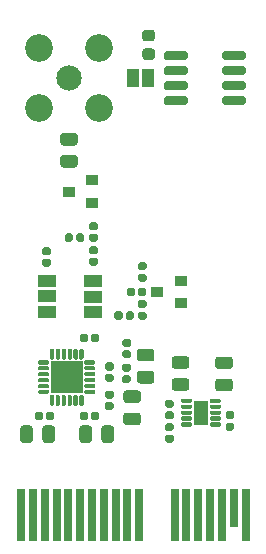
<source format=gbr>
%TF.GenerationSoftware,KiCad,Pcbnew,5.1.6*%
%TF.CreationDate,2020-08-11T21:36:28+00:00*%
%TF.ProjectId,SoundCard,536f756e-6443-4617-9264-2e6b69636164,rev?*%
%TF.SameCoordinates,Original*%
%TF.FileFunction,Soldermask,Top*%
%TF.FilePolarity,Negative*%
%FSLAX46Y46*%
G04 Gerber Fmt 4.6, Leading zero omitted, Abs format (unit mm)*
G04 Created by KiCad (PCBNEW 5.1.6) date 2020-08-11 21:36:28*
%MOMM*%
%LPD*%
G01*
G04 APERTURE LIST*
%ADD10R,2.800000X2.800000*%
%ADD11R,0.800000X4.400000*%
%ADD12R,0.800000X3.300000*%
%ADD13R,1.300000X2.100000*%
%ADD14R,1.100000X1.600000*%
%ADD15R,1.000000X0.900000*%
%ADD16C,2.150000*%
%ADD17C,2.350000*%
%ADD18R,1.600000X1.100000*%
G04 APERTURE END LIST*
D10*
%TO.C,U3*%
X137309460Y-138718120D03*
G36*
G01*
X138734460Y-140305620D02*
X138734460Y-141055620D01*
G75*
G02*
X138646960Y-141143120I-87500J0D01*
G01*
X138471960Y-141143120D01*
G75*
G02*
X138384460Y-141055620I0J87500D01*
G01*
X138384460Y-140305620D01*
G75*
G02*
X138471960Y-140218120I87500J0D01*
G01*
X138646960Y-140218120D01*
G75*
G02*
X138734460Y-140305620I0J-87500D01*
G01*
G37*
G36*
G01*
X138234460Y-140305620D02*
X138234460Y-141055620D01*
G75*
G02*
X138146960Y-141143120I-87500J0D01*
G01*
X137971960Y-141143120D01*
G75*
G02*
X137884460Y-141055620I0J87500D01*
G01*
X137884460Y-140305620D01*
G75*
G02*
X137971960Y-140218120I87500J0D01*
G01*
X138146960Y-140218120D01*
G75*
G02*
X138234460Y-140305620I0J-87500D01*
G01*
G37*
G36*
G01*
X137734460Y-140305620D02*
X137734460Y-141055620D01*
G75*
G02*
X137646960Y-141143120I-87500J0D01*
G01*
X137471960Y-141143120D01*
G75*
G02*
X137384460Y-141055620I0J87500D01*
G01*
X137384460Y-140305620D01*
G75*
G02*
X137471960Y-140218120I87500J0D01*
G01*
X137646960Y-140218120D01*
G75*
G02*
X137734460Y-140305620I0J-87500D01*
G01*
G37*
G36*
G01*
X137234460Y-140305620D02*
X137234460Y-141055620D01*
G75*
G02*
X137146960Y-141143120I-87500J0D01*
G01*
X136971960Y-141143120D01*
G75*
G02*
X136884460Y-141055620I0J87500D01*
G01*
X136884460Y-140305620D01*
G75*
G02*
X136971960Y-140218120I87500J0D01*
G01*
X137146960Y-140218120D01*
G75*
G02*
X137234460Y-140305620I0J-87500D01*
G01*
G37*
G36*
G01*
X136734460Y-140305620D02*
X136734460Y-141055620D01*
G75*
G02*
X136646960Y-141143120I-87500J0D01*
G01*
X136471960Y-141143120D01*
G75*
G02*
X136384460Y-141055620I0J87500D01*
G01*
X136384460Y-140305620D01*
G75*
G02*
X136471960Y-140218120I87500J0D01*
G01*
X136646960Y-140218120D01*
G75*
G02*
X136734460Y-140305620I0J-87500D01*
G01*
G37*
G36*
G01*
X136234460Y-140305620D02*
X136234460Y-141055620D01*
G75*
G02*
X136146960Y-141143120I-87500J0D01*
G01*
X135971960Y-141143120D01*
G75*
G02*
X135884460Y-141055620I0J87500D01*
G01*
X135884460Y-140305620D01*
G75*
G02*
X135971960Y-140218120I87500J0D01*
G01*
X136146960Y-140218120D01*
G75*
G02*
X136234460Y-140305620I0J-87500D01*
G01*
G37*
G36*
G01*
X135809460Y-139880620D02*
X135809460Y-140055620D01*
G75*
G02*
X135721960Y-140143120I-87500J0D01*
G01*
X134971960Y-140143120D01*
G75*
G02*
X134884460Y-140055620I0J87500D01*
G01*
X134884460Y-139880620D01*
G75*
G02*
X134971960Y-139793120I87500J0D01*
G01*
X135721960Y-139793120D01*
G75*
G02*
X135809460Y-139880620I0J-87500D01*
G01*
G37*
G36*
G01*
X135809460Y-139380620D02*
X135809460Y-139555620D01*
G75*
G02*
X135721960Y-139643120I-87500J0D01*
G01*
X134971960Y-139643120D01*
G75*
G02*
X134884460Y-139555620I0J87500D01*
G01*
X134884460Y-139380620D01*
G75*
G02*
X134971960Y-139293120I87500J0D01*
G01*
X135721960Y-139293120D01*
G75*
G02*
X135809460Y-139380620I0J-87500D01*
G01*
G37*
G36*
G01*
X135809460Y-138880620D02*
X135809460Y-139055620D01*
G75*
G02*
X135721960Y-139143120I-87500J0D01*
G01*
X134971960Y-139143120D01*
G75*
G02*
X134884460Y-139055620I0J87500D01*
G01*
X134884460Y-138880620D01*
G75*
G02*
X134971960Y-138793120I87500J0D01*
G01*
X135721960Y-138793120D01*
G75*
G02*
X135809460Y-138880620I0J-87500D01*
G01*
G37*
G36*
G01*
X135809460Y-138380620D02*
X135809460Y-138555620D01*
G75*
G02*
X135721960Y-138643120I-87500J0D01*
G01*
X134971960Y-138643120D01*
G75*
G02*
X134884460Y-138555620I0J87500D01*
G01*
X134884460Y-138380620D01*
G75*
G02*
X134971960Y-138293120I87500J0D01*
G01*
X135721960Y-138293120D01*
G75*
G02*
X135809460Y-138380620I0J-87500D01*
G01*
G37*
G36*
G01*
X135809460Y-137880620D02*
X135809460Y-138055620D01*
G75*
G02*
X135721960Y-138143120I-87500J0D01*
G01*
X134971960Y-138143120D01*
G75*
G02*
X134884460Y-138055620I0J87500D01*
G01*
X134884460Y-137880620D01*
G75*
G02*
X134971960Y-137793120I87500J0D01*
G01*
X135721960Y-137793120D01*
G75*
G02*
X135809460Y-137880620I0J-87500D01*
G01*
G37*
G36*
G01*
X135809460Y-137380620D02*
X135809460Y-137555620D01*
G75*
G02*
X135721960Y-137643120I-87500J0D01*
G01*
X134971960Y-137643120D01*
G75*
G02*
X134884460Y-137555620I0J87500D01*
G01*
X134884460Y-137380620D01*
G75*
G02*
X134971960Y-137293120I87500J0D01*
G01*
X135721960Y-137293120D01*
G75*
G02*
X135809460Y-137380620I0J-87500D01*
G01*
G37*
G36*
G01*
X136234460Y-136380620D02*
X136234460Y-137130620D01*
G75*
G02*
X136146960Y-137218120I-87500J0D01*
G01*
X135971960Y-137218120D01*
G75*
G02*
X135884460Y-137130620I0J87500D01*
G01*
X135884460Y-136380620D01*
G75*
G02*
X135971960Y-136293120I87500J0D01*
G01*
X136146960Y-136293120D01*
G75*
G02*
X136234460Y-136380620I0J-87500D01*
G01*
G37*
G36*
G01*
X136734460Y-136380620D02*
X136734460Y-137130620D01*
G75*
G02*
X136646960Y-137218120I-87500J0D01*
G01*
X136471960Y-137218120D01*
G75*
G02*
X136384460Y-137130620I0J87500D01*
G01*
X136384460Y-136380620D01*
G75*
G02*
X136471960Y-136293120I87500J0D01*
G01*
X136646960Y-136293120D01*
G75*
G02*
X136734460Y-136380620I0J-87500D01*
G01*
G37*
G36*
G01*
X137234460Y-136380620D02*
X137234460Y-137130620D01*
G75*
G02*
X137146960Y-137218120I-87500J0D01*
G01*
X136971960Y-137218120D01*
G75*
G02*
X136884460Y-137130620I0J87500D01*
G01*
X136884460Y-136380620D01*
G75*
G02*
X136971960Y-136293120I87500J0D01*
G01*
X137146960Y-136293120D01*
G75*
G02*
X137234460Y-136380620I0J-87500D01*
G01*
G37*
G36*
G01*
X137734460Y-136380620D02*
X137734460Y-137130620D01*
G75*
G02*
X137646960Y-137218120I-87500J0D01*
G01*
X137471960Y-137218120D01*
G75*
G02*
X137384460Y-137130620I0J87500D01*
G01*
X137384460Y-136380620D01*
G75*
G02*
X137471960Y-136293120I87500J0D01*
G01*
X137646960Y-136293120D01*
G75*
G02*
X137734460Y-136380620I0J-87500D01*
G01*
G37*
G36*
G01*
X138234460Y-136380620D02*
X138234460Y-137130620D01*
G75*
G02*
X138146960Y-137218120I-87500J0D01*
G01*
X137971960Y-137218120D01*
G75*
G02*
X137884460Y-137130620I0J87500D01*
G01*
X137884460Y-136380620D01*
G75*
G02*
X137971960Y-136293120I87500J0D01*
G01*
X138146960Y-136293120D01*
G75*
G02*
X138234460Y-136380620I0J-87500D01*
G01*
G37*
G36*
G01*
X138734460Y-136380620D02*
X138734460Y-137130620D01*
G75*
G02*
X138646960Y-137218120I-87500J0D01*
G01*
X138471960Y-137218120D01*
G75*
G02*
X138384460Y-137130620I0J87500D01*
G01*
X138384460Y-136380620D01*
G75*
G02*
X138471960Y-136293120I87500J0D01*
G01*
X138646960Y-136293120D01*
G75*
G02*
X138734460Y-136380620I0J-87500D01*
G01*
G37*
G36*
G01*
X139734460Y-137380620D02*
X139734460Y-137555620D01*
G75*
G02*
X139646960Y-137643120I-87500J0D01*
G01*
X138896960Y-137643120D01*
G75*
G02*
X138809460Y-137555620I0J87500D01*
G01*
X138809460Y-137380620D01*
G75*
G02*
X138896960Y-137293120I87500J0D01*
G01*
X139646960Y-137293120D01*
G75*
G02*
X139734460Y-137380620I0J-87500D01*
G01*
G37*
G36*
G01*
X139734460Y-137880620D02*
X139734460Y-138055620D01*
G75*
G02*
X139646960Y-138143120I-87500J0D01*
G01*
X138896960Y-138143120D01*
G75*
G02*
X138809460Y-138055620I0J87500D01*
G01*
X138809460Y-137880620D01*
G75*
G02*
X138896960Y-137793120I87500J0D01*
G01*
X139646960Y-137793120D01*
G75*
G02*
X139734460Y-137880620I0J-87500D01*
G01*
G37*
G36*
G01*
X139734460Y-138380620D02*
X139734460Y-138555620D01*
G75*
G02*
X139646960Y-138643120I-87500J0D01*
G01*
X138896960Y-138643120D01*
G75*
G02*
X138809460Y-138555620I0J87500D01*
G01*
X138809460Y-138380620D01*
G75*
G02*
X138896960Y-138293120I87500J0D01*
G01*
X139646960Y-138293120D01*
G75*
G02*
X139734460Y-138380620I0J-87500D01*
G01*
G37*
G36*
G01*
X139734460Y-138880620D02*
X139734460Y-139055620D01*
G75*
G02*
X139646960Y-139143120I-87500J0D01*
G01*
X138896960Y-139143120D01*
G75*
G02*
X138809460Y-139055620I0J87500D01*
G01*
X138809460Y-138880620D01*
G75*
G02*
X138896960Y-138793120I87500J0D01*
G01*
X139646960Y-138793120D01*
G75*
G02*
X139734460Y-138880620I0J-87500D01*
G01*
G37*
G36*
G01*
X139734460Y-139380620D02*
X139734460Y-139555620D01*
G75*
G02*
X139646960Y-139643120I-87500J0D01*
G01*
X138896960Y-139643120D01*
G75*
G02*
X138809460Y-139555620I0J87500D01*
G01*
X138809460Y-139380620D01*
G75*
G02*
X138896960Y-139293120I87500J0D01*
G01*
X139646960Y-139293120D01*
G75*
G02*
X139734460Y-139380620I0J-87500D01*
G01*
G37*
G36*
G01*
X139734460Y-139880620D02*
X139734460Y-140055620D01*
G75*
G02*
X139646960Y-140143120I-87500J0D01*
G01*
X138896960Y-140143120D01*
G75*
G02*
X138809460Y-140055620I0J87500D01*
G01*
X138809460Y-139880620D01*
G75*
G02*
X138896960Y-139793120I87500J0D01*
G01*
X139646960Y-139793120D01*
G75*
G02*
X139734460Y-139880620I0J-87500D01*
G01*
G37*
%TD*%
%TO.C,R1*%
G36*
G01*
X143965350Y-110876260D02*
X144527850Y-110876260D01*
G75*
G02*
X144771600Y-111120010I0J-243750D01*
G01*
X144771600Y-111607510D01*
G75*
G02*
X144527850Y-111851260I-243750J0D01*
G01*
X143965350Y-111851260D01*
G75*
G02*
X143721600Y-111607510I0J243750D01*
G01*
X143721600Y-111120010D01*
G75*
G02*
X143965350Y-110876260I243750J0D01*
G01*
G37*
G36*
G01*
X143965350Y-109301260D02*
X144527850Y-109301260D01*
G75*
G02*
X144771600Y-109545010I0J-243750D01*
G01*
X144771600Y-110032510D01*
G75*
G02*
X144527850Y-110276260I-243750J0D01*
G01*
X143965350Y-110276260D01*
G75*
G02*
X143721600Y-110032510I0J243750D01*
G01*
X143721600Y-109545010D01*
G75*
G02*
X143965350Y-109301260I243750J0D01*
G01*
G37*
%TD*%
D11*
%TO.C,P1*%
X133451600Y-150368000D03*
X134451600Y-150368000D03*
X135451600Y-150368000D03*
X136451600Y-150368000D03*
X137451600Y-150368000D03*
X138451600Y-150368000D03*
X139451600Y-150368000D03*
X140451600Y-150368000D03*
X141451600Y-150368000D03*
X142451600Y-150368000D03*
X143451600Y-150368000D03*
X148451600Y-150368000D03*
X149451600Y-150368000D03*
X150451600Y-150368000D03*
D12*
X151451600Y-149818000D03*
D11*
X152451600Y-150368000D03*
X146451600Y-150368000D03*
X147451600Y-150368000D03*
%TD*%
D13*
%TO.C,U2*%
X148678240Y-141716880D03*
G36*
G01*
X149428240Y-140804380D02*
X149428240Y-140629380D01*
G75*
G02*
X149515740Y-140541880I87500J0D01*
G01*
X150265740Y-140541880D01*
G75*
G02*
X150353240Y-140629380I0J-87500D01*
G01*
X150353240Y-140804380D01*
G75*
G02*
X150265740Y-140891880I-87500J0D01*
G01*
X149515740Y-140891880D01*
G75*
G02*
X149428240Y-140804380I0J87500D01*
G01*
G37*
G36*
G01*
X149428240Y-141304380D02*
X149428240Y-141129380D01*
G75*
G02*
X149515740Y-141041880I87500J0D01*
G01*
X150265740Y-141041880D01*
G75*
G02*
X150353240Y-141129380I0J-87500D01*
G01*
X150353240Y-141304380D01*
G75*
G02*
X150265740Y-141391880I-87500J0D01*
G01*
X149515740Y-141391880D01*
G75*
G02*
X149428240Y-141304380I0J87500D01*
G01*
G37*
G36*
G01*
X149428240Y-141804380D02*
X149428240Y-141629380D01*
G75*
G02*
X149515740Y-141541880I87500J0D01*
G01*
X150265740Y-141541880D01*
G75*
G02*
X150353240Y-141629380I0J-87500D01*
G01*
X150353240Y-141804380D01*
G75*
G02*
X150265740Y-141891880I-87500J0D01*
G01*
X149515740Y-141891880D01*
G75*
G02*
X149428240Y-141804380I0J87500D01*
G01*
G37*
G36*
G01*
X149428240Y-142304380D02*
X149428240Y-142129380D01*
G75*
G02*
X149515740Y-142041880I87500J0D01*
G01*
X150265740Y-142041880D01*
G75*
G02*
X150353240Y-142129380I0J-87500D01*
G01*
X150353240Y-142304380D01*
G75*
G02*
X150265740Y-142391880I-87500J0D01*
G01*
X149515740Y-142391880D01*
G75*
G02*
X149428240Y-142304380I0J87500D01*
G01*
G37*
G36*
G01*
X149428240Y-142804380D02*
X149428240Y-142629380D01*
G75*
G02*
X149515740Y-142541880I87500J0D01*
G01*
X150265740Y-142541880D01*
G75*
G02*
X150353240Y-142629380I0J-87500D01*
G01*
X150353240Y-142804380D01*
G75*
G02*
X150265740Y-142891880I-87500J0D01*
G01*
X149515740Y-142891880D01*
G75*
G02*
X149428240Y-142804380I0J87500D01*
G01*
G37*
G36*
G01*
X147003240Y-142804380D02*
X147003240Y-142629380D01*
G75*
G02*
X147090740Y-142541880I87500J0D01*
G01*
X147840740Y-142541880D01*
G75*
G02*
X147928240Y-142629380I0J-87500D01*
G01*
X147928240Y-142804380D01*
G75*
G02*
X147840740Y-142891880I-87500J0D01*
G01*
X147090740Y-142891880D01*
G75*
G02*
X147003240Y-142804380I0J87500D01*
G01*
G37*
G36*
G01*
X147003240Y-142304380D02*
X147003240Y-142129380D01*
G75*
G02*
X147090740Y-142041880I87500J0D01*
G01*
X147840740Y-142041880D01*
G75*
G02*
X147928240Y-142129380I0J-87500D01*
G01*
X147928240Y-142304380D01*
G75*
G02*
X147840740Y-142391880I-87500J0D01*
G01*
X147090740Y-142391880D01*
G75*
G02*
X147003240Y-142304380I0J87500D01*
G01*
G37*
G36*
G01*
X147003240Y-141804380D02*
X147003240Y-141629380D01*
G75*
G02*
X147090740Y-141541880I87500J0D01*
G01*
X147840740Y-141541880D01*
G75*
G02*
X147928240Y-141629380I0J-87500D01*
G01*
X147928240Y-141804380D01*
G75*
G02*
X147840740Y-141891880I-87500J0D01*
G01*
X147090740Y-141891880D01*
G75*
G02*
X147003240Y-141804380I0J87500D01*
G01*
G37*
G36*
G01*
X147003240Y-141304380D02*
X147003240Y-141129380D01*
G75*
G02*
X147090740Y-141041880I87500J0D01*
G01*
X147840740Y-141041880D01*
G75*
G02*
X147928240Y-141129380I0J-87500D01*
G01*
X147928240Y-141304380D01*
G75*
G02*
X147840740Y-141391880I-87500J0D01*
G01*
X147090740Y-141391880D01*
G75*
G02*
X147003240Y-141304380I0J87500D01*
G01*
G37*
G36*
G01*
X147003240Y-140804380D02*
X147003240Y-140629380D01*
G75*
G02*
X147090740Y-140541880I87500J0D01*
G01*
X147840740Y-140541880D01*
G75*
G02*
X147928240Y-140629380I0J-87500D01*
G01*
X147928240Y-140804380D01*
G75*
G02*
X147840740Y-140891880I-87500J0D01*
G01*
X147090740Y-140891880D01*
G75*
G02*
X147003240Y-140804380I0J87500D01*
G01*
G37*
%TD*%
%TO.C,R6*%
G36*
G01*
X143895460Y-132882200D02*
X143500460Y-132882200D01*
G75*
G02*
X143327960Y-132709700I0J172500D01*
G01*
X143327960Y-132364700D01*
G75*
G02*
X143500460Y-132192200I172500J0D01*
G01*
X143895460Y-132192200D01*
G75*
G02*
X144067960Y-132364700I0J-172500D01*
G01*
X144067960Y-132709700D01*
G75*
G02*
X143895460Y-132882200I-172500J0D01*
G01*
G37*
G36*
G01*
X143895460Y-133852200D02*
X143500460Y-133852200D01*
G75*
G02*
X143327960Y-133679700I0J172500D01*
G01*
X143327960Y-133334700D01*
G75*
G02*
X143500460Y-133162200I172500J0D01*
G01*
X143895460Y-133162200D01*
G75*
G02*
X144067960Y-133334700I0J-172500D01*
G01*
X144067960Y-133679700D01*
G75*
G02*
X143895460Y-133852200I-172500J0D01*
G01*
G37*
%TD*%
%TO.C,R5*%
G36*
G01*
X146201780Y-141320360D02*
X145806780Y-141320360D01*
G75*
G02*
X145634280Y-141147860I0J172500D01*
G01*
X145634280Y-140802860D01*
G75*
G02*
X145806780Y-140630360I172500J0D01*
G01*
X146201780Y-140630360D01*
G75*
G02*
X146374280Y-140802860I0J-172500D01*
G01*
X146374280Y-141147860D01*
G75*
G02*
X146201780Y-141320360I-172500J0D01*
G01*
G37*
G36*
G01*
X146201780Y-142290360D02*
X145806780Y-142290360D01*
G75*
G02*
X145634280Y-142117860I0J172500D01*
G01*
X145634280Y-141772860D01*
G75*
G02*
X145806780Y-141600360I172500J0D01*
G01*
X146201780Y-141600360D01*
G75*
G02*
X146374280Y-141772860I0J-172500D01*
G01*
X146374280Y-142117860D01*
G75*
G02*
X146201780Y-142290360I-172500J0D01*
G01*
G37*
%TD*%
%TO.C,R4*%
G36*
G01*
X145806780Y-143571120D02*
X146201780Y-143571120D01*
G75*
G02*
X146374280Y-143743620I0J-172500D01*
G01*
X146374280Y-144088620D01*
G75*
G02*
X146201780Y-144261120I-172500J0D01*
G01*
X145806780Y-144261120D01*
G75*
G02*
X145634280Y-144088620I0J172500D01*
G01*
X145634280Y-143743620D01*
G75*
G02*
X145806780Y-143571120I172500J0D01*
G01*
G37*
G36*
G01*
X145806780Y-142601120D02*
X146201780Y-142601120D01*
G75*
G02*
X146374280Y-142773620I0J-172500D01*
G01*
X146374280Y-143118620D01*
G75*
G02*
X146201780Y-143291120I-172500J0D01*
G01*
X145806780Y-143291120D01*
G75*
G02*
X145634280Y-143118620I0J172500D01*
G01*
X145634280Y-142773620D01*
G75*
G02*
X145806780Y-142601120I172500J0D01*
G01*
G37*
%TD*%
%TO.C,R3*%
G36*
G01*
X143500460Y-129949240D02*
X143895460Y-129949240D01*
G75*
G02*
X144067960Y-130121740I0J-172500D01*
G01*
X144067960Y-130466740D01*
G75*
G02*
X143895460Y-130639240I-172500J0D01*
G01*
X143500460Y-130639240D01*
G75*
G02*
X143327960Y-130466740I0J172500D01*
G01*
X143327960Y-130121740D01*
G75*
G02*
X143500460Y-129949240I172500J0D01*
G01*
G37*
G36*
G01*
X143500460Y-128979240D02*
X143895460Y-128979240D01*
G75*
G02*
X144067960Y-129151740I0J-172500D01*
G01*
X144067960Y-129496740D01*
G75*
G02*
X143895460Y-129669240I-172500J0D01*
G01*
X143500460Y-129669240D01*
G75*
G02*
X143327960Y-129496740I0J172500D01*
G01*
X143327960Y-129151740D01*
G75*
G02*
X143500460Y-128979240I172500J0D01*
G01*
G37*
%TD*%
%TO.C,R2*%
G36*
G01*
X143072960Y-131298300D02*
X143072960Y-131693300D01*
G75*
G02*
X142900460Y-131865800I-172500J0D01*
G01*
X142555460Y-131865800D01*
G75*
G02*
X142382960Y-131693300I0J172500D01*
G01*
X142382960Y-131298300D01*
G75*
G02*
X142555460Y-131125800I172500J0D01*
G01*
X142900460Y-131125800D01*
G75*
G02*
X143072960Y-131298300I0J-172500D01*
G01*
G37*
G36*
G01*
X144042960Y-131298300D02*
X144042960Y-131693300D01*
G75*
G02*
X143870460Y-131865800I-172500J0D01*
G01*
X143525460Y-131865800D01*
G75*
G02*
X143352960Y-131693300I0J172500D01*
G01*
X143352960Y-131298300D01*
G75*
G02*
X143525460Y-131125800I172500J0D01*
G01*
X143870460Y-131125800D01*
G75*
G02*
X144042960Y-131298300I0J-172500D01*
G01*
G37*
%TD*%
D14*
%TO.C,J2*%
X142921200Y-113380520D03*
X144221200Y-113380520D03*
%TD*%
%TO.C,C15*%
G36*
G01*
X142036640Y-133304900D02*
X142036640Y-133699900D01*
G75*
G02*
X141864140Y-133872400I-172500J0D01*
G01*
X141519140Y-133872400D01*
G75*
G02*
X141346640Y-133699900I0J172500D01*
G01*
X141346640Y-133304900D01*
G75*
G02*
X141519140Y-133132400I172500J0D01*
G01*
X141864140Y-133132400D01*
G75*
G02*
X142036640Y-133304900I0J-172500D01*
G01*
G37*
G36*
G01*
X143006640Y-133304900D02*
X143006640Y-133699900D01*
G75*
G02*
X142834140Y-133872400I-172500J0D01*
G01*
X142489140Y-133872400D01*
G75*
G02*
X142316640Y-133699900I0J172500D01*
G01*
X142316640Y-133304900D01*
G75*
G02*
X142489140Y-133132400I172500J0D01*
G01*
X142834140Y-133132400D01*
G75*
G02*
X143006640Y-133304900I0J-172500D01*
G01*
G37*
%TD*%
%TO.C,C13*%
G36*
G01*
X147430410Y-138002300D02*
X146467910Y-138002300D01*
G75*
G02*
X146199160Y-137733550I0J268750D01*
G01*
X146199160Y-137196050D01*
G75*
G02*
X146467910Y-136927300I268750J0D01*
G01*
X147430410Y-136927300D01*
G75*
G02*
X147699160Y-137196050I0J-268750D01*
G01*
X147699160Y-137733550D01*
G75*
G02*
X147430410Y-138002300I-268750J0D01*
G01*
G37*
G36*
G01*
X147430410Y-139877300D02*
X146467910Y-139877300D01*
G75*
G02*
X146199160Y-139608550I0J268750D01*
G01*
X146199160Y-139071050D01*
G75*
G02*
X146467910Y-138802300I268750J0D01*
G01*
X147430410Y-138802300D01*
G75*
G02*
X147699160Y-139071050I0J-268750D01*
G01*
X147699160Y-139608550D01*
G75*
G02*
X147430410Y-139877300I-268750J0D01*
G01*
G37*
%TD*%
%TO.C,C9*%
G36*
G01*
X137024190Y-119899520D02*
X137986690Y-119899520D01*
G75*
G02*
X138255440Y-120168270I0J-268750D01*
G01*
X138255440Y-120705770D01*
G75*
G02*
X137986690Y-120974520I-268750J0D01*
G01*
X137024190Y-120974520D01*
G75*
G02*
X136755440Y-120705770I0J268750D01*
G01*
X136755440Y-120168270D01*
G75*
G02*
X137024190Y-119899520I268750J0D01*
G01*
G37*
G36*
G01*
X137024190Y-118024520D02*
X137986690Y-118024520D01*
G75*
G02*
X138255440Y-118293270I0J-268750D01*
G01*
X138255440Y-118830770D01*
G75*
G02*
X137986690Y-119099520I-268750J0D01*
G01*
X137024190Y-119099520D01*
G75*
G02*
X136755440Y-118830770I0J268750D01*
G01*
X136755440Y-118293270D01*
G75*
G02*
X137024190Y-118024520I268750J0D01*
G01*
G37*
%TD*%
%TO.C,C6*%
G36*
G01*
X151327500Y-142275400D02*
X150932500Y-142275400D01*
G75*
G02*
X150760000Y-142102900I0J172500D01*
G01*
X150760000Y-141757900D01*
G75*
G02*
X150932500Y-141585400I172500J0D01*
G01*
X151327500Y-141585400D01*
G75*
G02*
X151500000Y-141757900I0J-172500D01*
G01*
X151500000Y-142102900D01*
G75*
G02*
X151327500Y-142275400I-172500J0D01*
G01*
G37*
G36*
G01*
X151327500Y-143245400D02*
X150932500Y-143245400D01*
G75*
G02*
X150760000Y-143072900I0J172500D01*
G01*
X150760000Y-142727900D01*
G75*
G02*
X150932500Y-142555400I172500J0D01*
G01*
X151327500Y-142555400D01*
G75*
G02*
X151500000Y-142727900I0J-172500D01*
G01*
X151500000Y-143072900D01*
G75*
G02*
X151327500Y-143245400I-172500J0D01*
G01*
G37*
%TD*%
%TO.C,C1*%
G36*
G01*
X151108330Y-138042460D02*
X150145830Y-138042460D01*
G75*
G02*
X149877080Y-137773710I0J268750D01*
G01*
X149877080Y-137236210D01*
G75*
G02*
X150145830Y-136967460I268750J0D01*
G01*
X151108330Y-136967460D01*
G75*
G02*
X151377080Y-137236210I0J-268750D01*
G01*
X151377080Y-137773710D01*
G75*
G02*
X151108330Y-138042460I-268750J0D01*
G01*
G37*
G36*
G01*
X151108330Y-139917460D02*
X150145830Y-139917460D01*
G75*
G02*
X149877080Y-139648710I0J268750D01*
G01*
X149877080Y-139111210D01*
G75*
G02*
X150145830Y-138842460I268750J0D01*
G01*
X151108330Y-138842460D01*
G75*
G02*
X151377080Y-139111210I0J-268750D01*
G01*
X151377080Y-139648710D01*
G75*
G02*
X151108330Y-139917460I-268750J0D01*
G01*
G37*
%TD*%
D15*
%TO.C,D1*%
X137490200Y-123007120D03*
X139490200Y-122057120D03*
X139490200Y-123957120D03*
%TD*%
D16*
%TO.C,J1*%
X137505440Y-113350040D03*
D17*
X140045440Y-115890040D03*
X140045440Y-110810040D03*
X134965440Y-110810040D03*
X134965440Y-115890040D03*
%TD*%
%TO.C,C2*%
G36*
G01*
X135575200Y-142193660D02*
X135575200Y-141798660D01*
G75*
G02*
X135747700Y-141626160I172500J0D01*
G01*
X136092700Y-141626160D01*
G75*
G02*
X136265200Y-141798660I0J-172500D01*
G01*
X136265200Y-142193660D01*
G75*
G02*
X136092700Y-142366160I-172500J0D01*
G01*
X135747700Y-142366160D01*
G75*
G02*
X135575200Y-142193660I0J172500D01*
G01*
G37*
G36*
G01*
X134605200Y-142193660D02*
X134605200Y-141798660D01*
G75*
G02*
X134777700Y-141626160I172500J0D01*
G01*
X135122700Y-141626160D01*
G75*
G02*
X135295200Y-141798660I0J-172500D01*
G01*
X135295200Y-142193660D01*
G75*
G02*
X135122700Y-142366160I-172500J0D01*
G01*
X134777700Y-142366160D01*
G75*
G02*
X134605200Y-142193660I0J172500D01*
G01*
G37*
%TD*%
%TO.C,C3*%
G36*
G01*
X139105200Y-141798660D02*
X139105200Y-142193660D01*
G75*
G02*
X138932700Y-142366160I-172500J0D01*
G01*
X138587700Y-142366160D01*
G75*
G02*
X138415200Y-142193660I0J172500D01*
G01*
X138415200Y-141798660D01*
G75*
G02*
X138587700Y-141626160I172500J0D01*
G01*
X138932700Y-141626160D01*
G75*
G02*
X139105200Y-141798660I0J-172500D01*
G01*
G37*
G36*
G01*
X140075200Y-141798660D02*
X140075200Y-142193660D01*
G75*
G02*
X139902700Y-142366160I-172500J0D01*
G01*
X139557700Y-142366160D01*
G75*
G02*
X139385200Y-142193660I0J172500D01*
G01*
X139385200Y-141798660D01*
G75*
G02*
X139557700Y-141626160I172500J0D01*
G01*
X139902700Y-141626160D01*
G75*
G02*
X140075200Y-141798660I0J-172500D01*
G01*
G37*
%TD*%
%TO.C,C4*%
G36*
G01*
X134450900Y-143064310D02*
X134450900Y-144026810D01*
G75*
G02*
X134182150Y-144295560I-268750J0D01*
G01*
X133644650Y-144295560D01*
G75*
G02*
X133375900Y-144026810I0J268750D01*
G01*
X133375900Y-143064310D01*
G75*
G02*
X133644650Y-142795560I268750J0D01*
G01*
X134182150Y-142795560D01*
G75*
G02*
X134450900Y-143064310I0J-268750D01*
G01*
G37*
G36*
G01*
X136325900Y-143064310D02*
X136325900Y-144026810D01*
G75*
G02*
X136057150Y-144295560I-268750J0D01*
G01*
X135519650Y-144295560D01*
G75*
G02*
X135250900Y-144026810I0J268750D01*
G01*
X135250900Y-143064310D01*
G75*
G02*
X135519650Y-142795560I268750J0D01*
G01*
X136057150Y-142795560D01*
G75*
G02*
X136325900Y-143064310I0J-268750D01*
G01*
G37*
%TD*%
%TO.C,C5*%
G36*
G01*
X140250100Y-144026810D02*
X140250100Y-143064310D01*
G75*
G02*
X140518850Y-142795560I268750J0D01*
G01*
X141056350Y-142795560D01*
G75*
G02*
X141325100Y-143064310I0J-268750D01*
G01*
X141325100Y-144026810D01*
G75*
G02*
X141056350Y-144295560I-268750J0D01*
G01*
X140518850Y-144295560D01*
G75*
G02*
X140250100Y-144026810I0J268750D01*
G01*
G37*
G36*
G01*
X138375100Y-144026810D02*
X138375100Y-143064310D01*
G75*
G02*
X138643850Y-142795560I268750J0D01*
G01*
X139181350Y-142795560D01*
G75*
G02*
X139450100Y-143064310I0J-268750D01*
G01*
X139450100Y-144026810D01*
G75*
G02*
X139181350Y-144295560I-268750J0D01*
G01*
X138643850Y-144295560D01*
G75*
G02*
X138375100Y-144026810I0J268750D01*
G01*
G37*
%TD*%
%TO.C,C7*%
G36*
G01*
X141116700Y-140532960D02*
X140721700Y-140532960D01*
G75*
G02*
X140549200Y-140360460I0J172500D01*
G01*
X140549200Y-140015460D01*
G75*
G02*
X140721700Y-139842960I172500J0D01*
G01*
X141116700Y-139842960D01*
G75*
G02*
X141289200Y-140015460I0J-172500D01*
G01*
X141289200Y-140360460D01*
G75*
G02*
X141116700Y-140532960I-172500J0D01*
G01*
G37*
G36*
G01*
X141116700Y-141502960D02*
X140721700Y-141502960D01*
G75*
G02*
X140549200Y-141330460I0J172500D01*
G01*
X140549200Y-140985460D01*
G75*
G02*
X140721700Y-140812960I172500J0D01*
G01*
X141116700Y-140812960D01*
G75*
G02*
X141289200Y-140985460I0J-172500D01*
G01*
X141289200Y-141330460D01*
G75*
G02*
X141116700Y-141502960I-172500J0D01*
G01*
G37*
%TD*%
%TO.C,C8*%
G36*
G01*
X142169500Y-138526960D02*
X142564500Y-138526960D01*
G75*
G02*
X142737000Y-138699460I0J-172500D01*
G01*
X142737000Y-139044460D01*
G75*
G02*
X142564500Y-139216960I-172500J0D01*
G01*
X142169500Y-139216960D01*
G75*
G02*
X141997000Y-139044460I0J172500D01*
G01*
X141997000Y-138699460D01*
G75*
G02*
X142169500Y-138526960I172500J0D01*
G01*
G37*
G36*
G01*
X142169500Y-137556960D02*
X142564500Y-137556960D01*
G75*
G02*
X142737000Y-137729460I0J-172500D01*
G01*
X142737000Y-138074460D01*
G75*
G02*
X142564500Y-138246960I-172500J0D01*
G01*
X142169500Y-138246960D01*
G75*
G02*
X141997000Y-138074460I0J172500D01*
G01*
X141997000Y-137729460D01*
G75*
G02*
X142169500Y-137556960I172500J0D01*
G01*
G37*
%TD*%
%TO.C,C10*%
G36*
G01*
X142368350Y-141708060D02*
X143330850Y-141708060D01*
G75*
G02*
X143599600Y-141976810I0J-268750D01*
G01*
X143599600Y-142514310D01*
G75*
G02*
X143330850Y-142783060I-268750J0D01*
G01*
X142368350Y-142783060D01*
G75*
G02*
X142099600Y-142514310I0J268750D01*
G01*
X142099600Y-141976810D01*
G75*
G02*
X142368350Y-141708060I268750J0D01*
G01*
G37*
G36*
G01*
X142368350Y-139833060D02*
X143330850Y-139833060D01*
G75*
G02*
X143599600Y-140101810I0J-268750D01*
G01*
X143599600Y-140639310D01*
G75*
G02*
X143330850Y-140908060I-268750J0D01*
G01*
X142368350Y-140908060D01*
G75*
G02*
X142099600Y-140639310I0J268750D01*
G01*
X142099600Y-140101810D01*
G75*
G02*
X142368350Y-139833060I268750J0D01*
G01*
G37*
%TD*%
%TO.C,C14*%
G36*
G01*
X137830120Y-126711060D02*
X137830120Y-127106060D01*
G75*
G02*
X137657620Y-127278560I-172500J0D01*
G01*
X137312620Y-127278560D01*
G75*
G02*
X137140120Y-127106060I0J172500D01*
G01*
X137140120Y-126711060D01*
G75*
G02*
X137312620Y-126538560I172500J0D01*
G01*
X137657620Y-126538560D01*
G75*
G02*
X137830120Y-126711060I0J-172500D01*
G01*
G37*
G36*
G01*
X138800120Y-126711060D02*
X138800120Y-127106060D01*
G75*
G02*
X138627620Y-127278560I-172500J0D01*
G01*
X138282620Y-127278560D01*
G75*
G02*
X138110120Y-127106060I0J172500D01*
G01*
X138110120Y-126711060D01*
G75*
G02*
X138282620Y-126538560I172500J0D01*
G01*
X138627620Y-126538560D01*
G75*
G02*
X138800120Y-126711060I0J-172500D01*
G01*
G37*
%TD*%
%TO.C,C11*%
G36*
G01*
X144473850Y-137382060D02*
X143511350Y-137382060D01*
G75*
G02*
X143242600Y-137113310I0J268750D01*
G01*
X143242600Y-136575810D01*
G75*
G02*
X143511350Y-136307060I268750J0D01*
G01*
X144473850Y-136307060D01*
G75*
G02*
X144742600Y-136575810I0J-268750D01*
G01*
X144742600Y-137113310D01*
G75*
G02*
X144473850Y-137382060I-268750J0D01*
G01*
G37*
G36*
G01*
X144473850Y-139257060D02*
X143511350Y-139257060D01*
G75*
G02*
X143242600Y-138988310I0J268750D01*
G01*
X143242600Y-138450810D01*
G75*
G02*
X143511350Y-138182060I268750J0D01*
G01*
X144473850Y-138182060D01*
G75*
G02*
X144742600Y-138450810I0J-268750D01*
G01*
X144742600Y-138988310D01*
G75*
G02*
X144473850Y-139257060I-268750J0D01*
G01*
G37*
%TD*%
%TO.C,C12*%
G36*
G01*
X140721700Y-138430160D02*
X141116700Y-138430160D01*
G75*
G02*
X141289200Y-138602660I0J-172500D01*
G01*
X141289200Y-138947660D01*
G75*
G02*
X141116700Y-139120160I-172500J0D01*
G01*
X140721700Y-139120160D01*
G75*
G02*
X140549200Y-138947660I0J172500D01*
G01*
X140549200Y-138602660D01*
G75*
G02*
X140721700Y-138430160I172500J0D01*
G01*
G37*
G36*
G01*
X140721700Y-137460160D02*
X141116700Y-137460160D01*
G75*
G02*
X141289200Y-137632660I0J-172500D01*
G01*
X141289200Y-137977660D01*
G75*
G02*
X141116700Y-138150160I-172500J0D01*
G01*
X140721700Y-138150160D01*
G75*
G02*
X140549200Y-137977660I0J172500D01*
G01*
X140549200Y-137632660D01*
G75*
G02*
X140721700Y-137460160I172500J0D01*
G01*
G37*
%TD*%
%TO.C,C18*%
G36*
G01*
X139382800Y-135589660D02*
X139382800Y-135194660D01*
G75*
G02*
X139555300Y-135022160I172500J0D01*
G01*
X139900300Y-135022160D01*
G75*
G02*
X140072800Y-135194660I0J-172500D01*
G01*
X140072800Y-135589660D01*
G75*
G02*
X139900300Y-135762160I-172500J0D01*
G01*
X139555300Y-135762160D01*
G75*
G02*
X139382800Y-135589660I0J172500D01*
G01*
G37*
G36*
G01*
X138412800Y-135589660D02*
X138412800Y-135194660D01*
G75*
G02*
X138585300Y-135022160I172500J0D01*
G01*
X138930300Y-135022160D01*
G75*
G02*
X139102800Y-135194660I0J-172500D01*
G01*
X139102800Y-135589660D01*
G75*
G02*
X138930300Y-135762160I-172500J0D01*
G01*
X138585300Y-135762160D01*
G75*
G02*
X138412800Y-135589660I0J172500D01*
G01*
G37*
%TD*%
%TO.C,R7*%
G36*
G01*
X139780660Y-126288360D02*
X139385660Y-126288360D01*
G75*
G02*
X139213160Y-126115860I0J172500D01*
G01*
X139213160Y-125770860D01*
G75*
G02*
X139385660Y-125598360I172500J0D01*
G01*
X139780660Y-125598360D01*
G75*
G02*
X139953160Y-125770860I0J-172500D01*
G01*
X139953160Y-126115860D01*
G75*
G02*
X139780660Y-126288360I-172500J0D01*
G01*
G37*
G36*
G01*
X139780660Y-127258360D02*
X139385660Y-127258360D01*
G75*
G02*
X139213160Y-127085860I0J172500D01*
G01*
X139213160Y-126740860D01*
G75*
G02*
X139385660Y-126568360I172500J0D01*
G01*
X139780660Y-126568360D01*
G75*
G02*
X139953160Y-126740860I0J-172500D01*
G01*
X139953160Y-127085860D01*
G75*
G02*
X139780660Y-127258360I-172500J0D01*
G01*
G37*
%TD*%
%TO.C,U1*%
G36*
G01*
X145515460Y-111658600D02*
X145515460Y-111308600D01*
G75*
G02*
X145690460Y-111133600I175000J0D01*
G01*
X147390460Y-111133600D01*
G75*
G02*
X147565460Y-111308600I0J-175000D01*
G01*
X147565460Y-111658600D01*
G75*
G02*
X147390460Y-111833600I-175000J0D01*
G01*
X145690460Y-111833600D01*
G75*
G02*
X145515460Y-111658600I0J175000D01*
G01*
G37*
G36*
G01*
X145515460Y-112928600D02*
X145515460Y-112578600D01*
G75*
G02*
X145690460Y-112403600I175000J0D01*
G01*
X147390460Y-112403600D01*
G75*
G02*
X147565460Y-112578600I0J-175000D01*
G01*
X147565460Y-112928600D01*
G75*
G02*
X147390460Y-113103600I-175000J0D01*
G01*
X145690460Y-113103600D01*
G75*
G02*
X145515460Y-112928600I0J175000D01*
G01*
G37*
G36*
G01*
X145515460Y-114198600D02*
X145515460Y-113848600D01*
G75*
G02*
X145690460Y-113673600I175000J0D01*
G01*
X147390460Y-113673600D01*
G75*
G02*
X147565460Y-113848600I0J-175000D01*
G01*
X147565460Y-114198600D01*
G75*
G02*
X147390460Y-114373600I-175000J0D01*
G01*
X145690460Y-114373600D01*
G75*
G02*
X145515460Y-114198600I0J175000D01*
G01*
G37*
G36*
G01*
X145515460Y-115468600D02*
X145515460Y-115118600D01*
G75*
G02*
X145690460Y-114943600I175000J0D01*
G01*
X147390460Y-114943600D01*
G75*
G02*
X147565460Y-115118600I0J-175000D01*
G01*
X147565460Y-115468600D01*
G75*
G02*
X147390460Y-115643600I-175000J0D01*
G01*
X145690460Y-115643600D01*
G75*
G02*
X145515460Y-115468600I0J175000D01*
G01*
G37*
G36*
G01*
X150465460Y-115468600D02*
X150465460Y-115118600D01*
G75*
G02*
X150640460Y-114943600I175000J0D01*
G01*
X152340460Y-114943600D01*
G75*
G02*
X152515460Y-115118600I0J-175000D01*
G01*
X152515460Y-115468600D01*
G75*
G02*
X152340460Y-115643600I-175000J0D01*
G01*
X150640460Y-115643600D01*
G75*
G02*
X150465460Y-115468600I0J175000D01*
G01*
G37*
G36*
G01*
X150465460Y-114198600D02*
X150465460Y-113848600D01*
G75*
G02*
X150640460Y-113673600I175000J0D01*
G01*
X152340460Y-113673600D01*
G75*
G02*
X152515460Y-113848600I0J-175000D01*
G01*
X152515460Y-114198600D01*
G75*
G02*
X152340460Y-114373600I-175000J0D01*
G01*
X150640460Y-114373600D01*
G75*
G02*
X150465460Y-114198600I0J175000D01*
G01*
G37*
G36*
G01*
X150465460Y-112928600D02*
X150465460Y-112578600D01*
G75*
G02*
X150640460Y-112403600I175000J0D01*
G01*
X152340460Y-112403600D01*
G75*
G02*
X152515460Y-112578600I0J-175000D01*
G01*
X152515460Y-112928600D01*
G75*
G02*
X152340460Y-113103600I-175000J0D01*
G01*
X150640460Y-113103600D01*
G75*
G02*
X150465460Y-112928600I0J175000D01*
G01*
G37*
G36*
G01*
X150465460Y-111658600D02*
X150465460Y-111308600D01*
G75*
G02*
X150640460Y-111133600I175000J0D01*
G01*
X152340460Y-111133600D01*
G75*
G02*
X152515460Y-111308600I0J-175000D01*
G01*
X152515460Y-111658600D01*
G75*
G02*
X152340460Y-111833600I-175000J0D01*
G01*
X150640460Y-111833600D01*
G75*
G02*
X150465460Y-111658600I0J175000D01*
G01*
G37*
%TD*%
D18*
%TO.C,J3*%
X139562840Y-130586960D03*
X139562840Y-131886960D03*
X139562840Y-133186960D03*
%TD*%
%TO.C,C16*%
G36*
G01*
X142205060Y-136434000D02*
X142600060Y-136434000D01*
G75*
G02*
X142772560Y-136606500I0J-172500D01*
G01*
X142772560Y-136951500D01*
G75*
G02*
X142600060Y-137124000I-172500J0D01*
G01*
X142205060Y-137124000D01*
G75*
G02*
X142032560Y-136951500I0J172500D01*
G01*
X142032560Y-136606500D01*
G75*
G02*
X142205060Y-136434000I172500J0D01*
G01*
G37*
G36*
G01*
X142205060Y-135464000D02*
X142600060Y-135464000D01*
G75*
G02*
X142772560Y-135636500I0J-172500D01*
G01*
X142772560Y-135981500D01*
G75*
G02*
X142600060Y-136154000I-172500J0D01*
G01*
X142205060Y-136154000D01*
G75*
G02*
X142032560Y-135981500I0J172500D01*
G01*
X142032560Y-135636500D01*
G75*
G02*
X142205060Y-135464000I172500J0D01*
G01*
G37*
%TD*%
D15*
%TO.C,D2*%
X144979640Y-131495760D03*
X146979640Y-130545760D03*
X146979640Y-132445760D03*
%TD*%
%TO.C,C17*%
G36*
G01*
X139380580Y-128590200D02*
X139775580Y-128590200D01*
G75*
G02*
X139948080Y-128762700I0J-172500D01*
G01*
X139948080Y-129107700D01*
G75*
G02*
X139775580Y-129280200I-172500J0D01*
G01*
X139380580Y-129280200D01*
G75*
G02*
X139208080Y-129107700I0J172500D01*
G01*
X139208080Y-128762700D01*
G75*
G02*
X139380580Y-128590200I172500J0D01*
G01*
G37*
G36*
G01*
X139380580Y-127620200D02*
X139775580Y-127620200D01*
G75*
G02*
X139948080Y-127792700I0J-172500D01*
G01*
X139948080Y-128137700D01*
G75*
G02*
X139775580Y-128310200I-172500J0D01*
G01*
X139380580Y-128310200D01*
G75*
G02*
X139208080Y-128137700I0J172500D01*
G01*
X139208080Y-127792700D01*
G75*
G02*
X139380580Y-127620200I172500J0D01*
G01*
G37*
%TD*%
%TO.C,C19*%
G36*
G01*
X135808100Y-128401920D02*
X135413100Y-128401920D01*
G75*
G02*
X135240600Y-128229420I0J172500D01*
G01*
X135240600Y-127884420D01*
G75*
G02*
X135413100Y-127711920I172500J0D01*
G01*
X135808100Y-127711920D01*
G75*
G02*
X135980600Y-127884420I0J-172500D01*
G01*
X135980600Y-128229420D01*
G75*
G02*
X135808100Y-128401920I-172500J0D01*
G01*
G37*
G36*
G01*
X135808100Y-129371920D02*
X135413100Y-129371920D01*
G75*
G02*
X135240600Y-129199420I0J172500D01*
G01*
X135240600Y-128854420D01*
G75*
G02*
X135413100Y-128681920I172500J0D01*
G01*
X135808100Y-128681920D01*
G75*
G02*
X135980600Y-128854420I0J-172500D01*
G01*
X135980600Y-129199420D01*
G75*
G02*
X135808100Y-129371920I-172500J0D01*
G01*
G37*
%TD*%
D18*
%TO.C,J4*%
X135610600Y-130566160D03*
X135610600Y-131866160D03*
X135610600Y-133166160D03*
%TD*%
M02*

</source>
